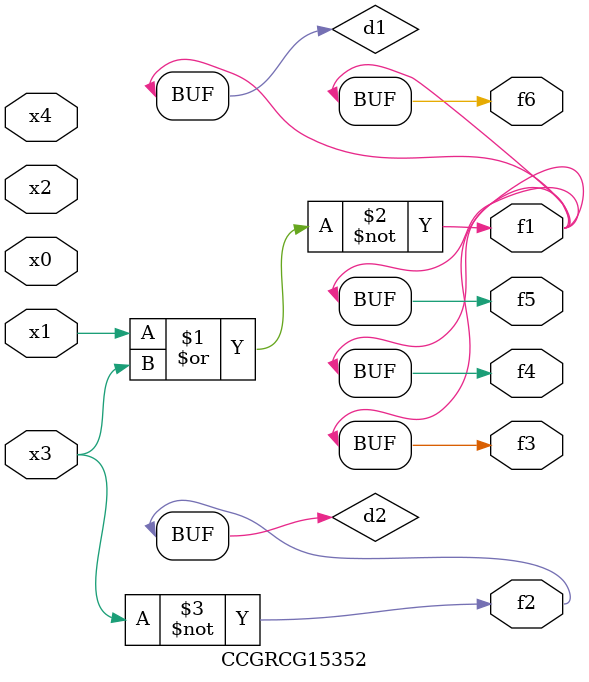
<source format=v>
module CCGRCG15352(
	input x0, x1, x2, x3, x4,
	output f1, f2, f3, f4, f5, f6
);

	wire d1, d2;

	nor (d1, x1, x3);
	not (d2, x3);
	assign f1 = d1;
	assign f2 = d2;
	assign f3 = d1;
	assign f4 = d1;
	assign f5 = d1;
	assign f6 = d1;
endmodule

</source>
